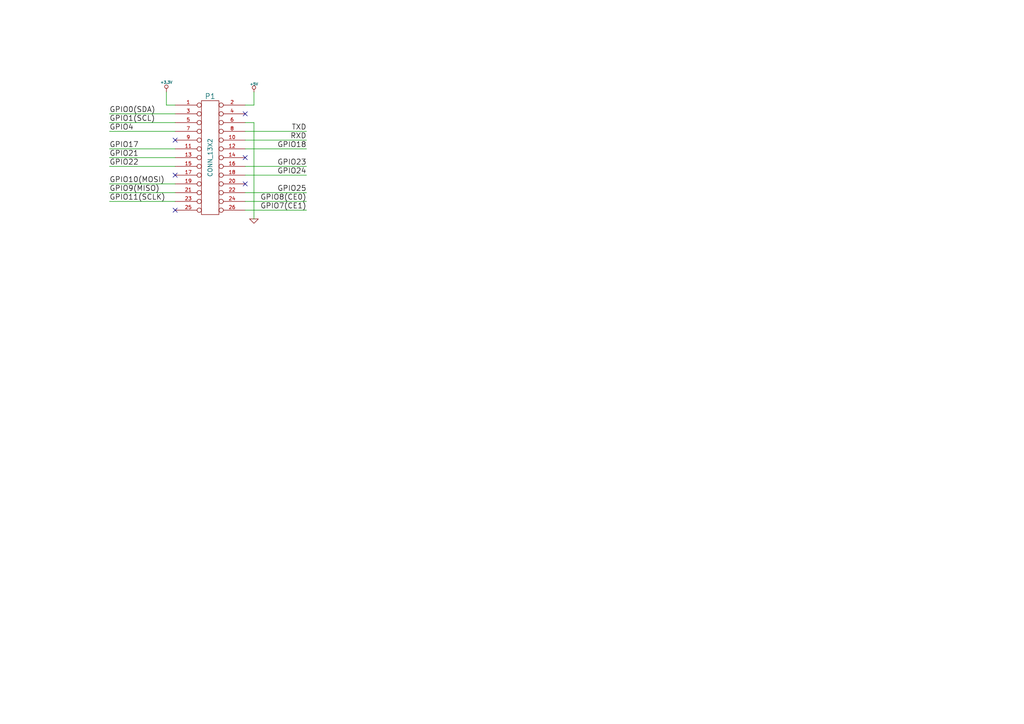
<source format=kicad_sch>
(kicad_sch (version 20230121) (generator eeschema)
  (paper "A4")
  (title_block (date "15 nov 2012"))
  (lib_symbols
    (symbol "raspberrypi-gpio-rescue:+3.3V" (power) (pin_names (offset 0))
      (property "Value" "+3.3V" (at 0 2.794 0))
      (symbol "+3.3V_0_0"
        (pin power_in line (at 0 0 90) (length 0) hide (name "+3.3V") (number "1"))
      )
      (symbol "+3.3V_0_1"
        (polyline (pts (xy 0 0) (xy 0 1.016) (xy 0 1.016)))
        (circle (center 0 1.524) (radius 0.508))
      )
    )
    (symbol "raspberrypi-gpio-rescue:+5V" (power) (pin_names (offset 1.016))
      (property "Value" "+5V" (at 0 2.286 0))
      (symbol "+5V_0_0"
        (pin power_in line (at 0 0 90) (length 0) hide (name "+5V") (number "1"))
      )
      (symbol "+5V_0_1"
        (polyline (pts (xy 0 0) (xy 0 0.762) (xy 0 0.762) (xy 0 0.762)))
        (circle (center 0 1.27) (radius 0.508))
      )
    )
    (symbol "raspberrypi-gpio-rescue:CONN_13X2" (pin_names (offset 0.254) hide)
      (property "Reference" "P" (at 0 17.78 0))
      (property "Value" "CONN_13X2" (at 0 0 90))
      (symbol "CONN_13X2_0_1"
        (rectangle (start -2.54 16.51) (end 2.54 -16.51))
      )
      (symbol "CONN_13X2_1_1"
        (pin passive inverted (at -10.16 15.24 0) (length 7.62) (name "P1") (number "1"))
        (pin passive inverted (at 10.16 5.08 180) (length 7.62) (name "P10") (number "10"))
        (pin passive inverted (at -10.16 2.54 0) (length 7.62) (name "P11") (number "11"))
        (pin passive inverted (at 10.16 2.54 180) (length 7.62) (name "P12") (number "12"))
        (pin passive inverted (at -10.16 0 0) (length 7.62) (name "P13") (number "13"))
        (pin passive inverted (at 10.16 0 180) (length 7.62) (name "P14") (number "14"))
        (pin passive inverted (at -10.16 -2.54 0) (length 7.62) (name "P15") (number "15"))
        (pin passive inverted (at 10.16 -2.54 180) (length 7.62) (name "P16") (number "16"))
        (pin passive inverted (at -10.16 -5.08 0) (length 7.62) (name "P17") (number "17"))
        (pin passive inverted (at 10.16 -5.08 180) (length 7.62) (name "P18") (number "18"))
        (pin passive inverted (at -10.16 -7.62 0) (length 7.62) (name "P19") (number "19"))
        (pin passive inverted (at 10.16 15.24 180) (length 7.62) (name "P2") (number "2"))
        (pin passive inverted (at 10.16 -7.62 180) (length 7.62) (name "P20") (number "20"))
        (pin passive inverted (at -10.16 -10.16 0) (length 7.62) (name "P21") (number "21"))
        (pin passive inverted (at 10.16 -10.16 180) (length 7.62) (name "P22") (number "22"))
        (pin passive inverted (at -10.16 -12.7 0) (length 7.62) (name "P23") (number "23"))
        (pin passive inverted (at 10.16 -12.7 180) (length 7.62) (name "P20") (number "24"))
        (pin passive inverted (at -10.16 -15.24 0) (length 7.62) (name "P24") (number "25"))
        (pin passive inverted (at 10.16 -15.24 180) (length 7.62) (name "P22") (number "26"))
        (pin passive inverted (at -10.16 12.7 0) (length 7.62) (name "P3") (number "3"))
        (pin passive inverted (at 10.16 12.7 180) (length 7.62) (name "P4") (number "4"))
        (pin passive inverted (at -10.16 10.16 0) (length 7.62) (name "P5") (number "5"))
        (pin passive inverted (at 10.16 10.16 180) (length 7.62) (name "P6") (number "6"))
        (pin passive inverted (at -10.16 7.62 0) (length 7.62) (name "P7") (number "7"))
        (pin passive inverted (at 10.16 7.62 180) (length 7.62) (name "P8") (number "8"))
        (pin passive inverted (at -10.16 5.08 0) (length 7.62) (name "P9") (number "9"))
      )
    )
    (symbol "raspberrypi-gpio-rescue:GND" (power) (pin_names (offset 0))
      (symbol "GND_0_1"
        (polyline (pts (xy -1.27 0) (xy 0 -1.27) (xy 1.27 0) (xy -1.27 0)))
      )
      (symbol "GND_1_1"
        (pin power_in line (at 0 0 90) (length 0) hide (name "GND") (number "1"))
      )
    )
  )
  (no_connect (at 71.12 53.34))
  (no_connect (at 50.8 50.8))
  (no_connect (at 50.8 40.64))
  (no_connect (at 71.12 45.72))
  (no_connect (at 71.12 33.02))
  (no_connect (at 50.8 60.96))
  (wire (pts (xy 71.12 40.64) (xy 88.9 40.64)))
  (wire (pts (xy 71.12 38.1) (xy 88.9 38.1)))
  (wire (pts (xy 50.8 53.34) (xy 31.75 53.34)))
  (wire (pts (xy 50.8 43.18) (xy 31.75 43.18)))
  (wire (pts (xy 73.66 30.48) (xy 71.12 30.48)))
  (wire (pts (xy 50.8 38.1) (xy 31.75 38.1)))
  (wire (pts (xy 50.8 58.42) (xy 31.75 58.42)))
  (wire (pts (xy 73.66 26.67) (xy 73.66 30.48)))
  (wire (pts (xy 50.8 55.88) (xy 31.75 55.88)))
  (wire (pts (xy 73.66 35.56) (xy 71.12 35.56)))
  (wire (pts (xy 71.12 43.18) (xy 88.9 43.18)))
  (wire (pts (xy 50.8 45.72) (xy 31.75 45.72)))
  (wire (pts (xy 71.12 48.26) (xy 88.9 48.26)))
  (wire (pts (xy 48.26 26.67) (xy 48.26 30.48)))
  (wire (pts (xy 50.8 35.56) (xy 31.75 35.56)))
  (wire (pts (xy 71.12 60.96) (xy 88.9 60.96)))
  (wire (pts (xy 71.12 50.8) (xy 88.9 50.8)))
  (wire (pts (xy 48.26 30.48) (xy 50.8 30.48)))
  (wire (pts (xy 50.8 33.02) (xy 31.75 33.02)))
  (wire (pts (xy 73.66 63.5) (xy 73.66 35.56)))
  (wire (pts (xy 71.12 58.42) (xy 88.9 58.42)))
  (wire (pts (xy 50.8 48.26) (xy 31.75 48.26)))
  (wire (pts (xy 71.12 55.88) (xy 88.9 55.88)))
  (label "GPIO21" (at 31.75 45.72 0) (effects (font (size 1.524 1.524))))
  (label "GPIO17" (at 31.75 43.18 0) (effects (font (size 1.524 1.524))))
  (label "GPIO0(SDA)" (at 31.75 33.02 0) (effects (font (size 1.524 1.524))))
  (label "TXD" (at 88.9 38.1 180) (effects (font (size 1.524 1.524))))
  (label "GPIO9(MISO)" (at 31.75 55.88 0) (effects (font (size 1.524 1.524))))
  (label "GPIO18" (at 88.9 43.18 180) (effects (font (size 1.524 1.524))))
  (label "GPIO25" (at 88.9 55.88 180) (effects (font (size 1.524 1.524))))
  (label "GPIO10(MOSI)" (at 31.75 53.34 0) (effects (font (size 1.524 1.524))))
  (label "GPIO22" (at 31.75 48.26 0) (effects (font (size 1.524 1.524))))
  (label "GPIO4" (at 31.75 38.1 0) (effects (font (size 1.524 1.524))))
  (label "GPIO8(CE0)" (at 88.9 58.42 180) (effects (font (size 1.524 1.524))))
  (label "GPIO23" (at 88.9 48.26 180) (effects (font (size 1.524 1.524))))
  (label "GPIO11(SCLK)" (at 31.75 58.42 0) (effects (font (size 1.524 1.524))))
  (label "GPIO24" (at 88.9 50.8 180) (effects (font (size 1.524 1.524))))
  (label "GPIO7(CE1)" (at 88.9 60.96 180) (effects (font (size 1.524 1.524))))
  (label "RXD" (at 88.9 40.64 180) (effects (font (size 1.524 1.524))))
  (label "GPIO1(SCL)" (at 31.75 35.56 0) (effects (font (size 1.524 1.524))))
  (symbol (lib_id "raspberrypi-gpio-rescue:CONN_13X2") (at 60.96 45.72 0) (unit 1)
    (property "Reference" "P1" (at 60.96 27.94 0) (effects (font (size 1.524 1.524))))
    (property "Value" "CONN_13X2" (at 60.96 45.72 90))
  )
  (symbol (lib_id "raspberrypi-gpio-rescue:+3.3V") (at 48.26 26.67 0) (unit 1)
    (property "Reference" "#PWR01" (effects hide))
    (property "Value" "+3.3V" (at 48.26 23.876 0) (effects (font (size 0.762 0.762))))
  )
  (symbol (lib_id "raspberrypi-gpio-rescue:+5V") (at 73.66 26.67 0) (unit 1)
    (property "Reference" "#PWR02" (effects hide))
    (property "Value" "+5V" (at 73.66 24.384 0) (effects (font (size 0.762 0.762))))
  )
  (symbol (lib_id "raspberrypi-gpio-rescue:GND") (at 73.66 63.5 0) (unit 1)
    (property "Reference" "#PWR03" (effects hide))
    (property "Value" "GND" (effects hide))
  )
)
</source>
